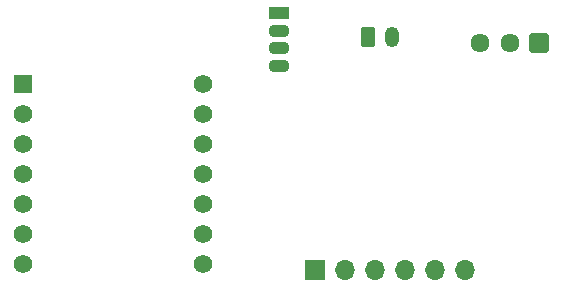
<source format=gbr>
%TF.GenerationSoftware,KiCad,Pcbnew,8.0.8*%
%TF.CreationDate,2025-05-04T21:31:51-07:00*%
%TF.ProjectId,ACL_ToF,41434c5f-546f-4462-9e6b-696361645f70,rev?*%
%TF.SameCoordinates,Original*%
%TF.FileFunction,Soldermask,Bot*%
%TF.FilePolarity,Negative*%
%FSLAX46Y46*%
G04 Gerber Fmt 4.6, Leading zero omitted, Abs format (unit mm)*
G04 Created by KiCad (PCBNEW 8.0.8) date 2025-05-04 21:31:51*
%MOMM*%
%LPD*%
G01*
G04 APERTURE LIST*
G04 Aperture macros list*
%AMRoundRect*
0 Rectangle with rounded corners*
0 $1 Rounding radius*
0 $2 $3 $4 $5 $6 $7 $8 $9 X,Y pos of 4 corners*
0 Add a 4 corners polygon primitive as box body*
4,1,4,$2,$3,$4,$5,$6,$7,$8,$9,$2,$3,0*
0 Add four circle primitives for the rounded corners*
1,1,$1+$1,$2,$3*
1,1,$1+$1,$4,$5*
1,1,$1+$1,$6,$7*
1,1,$1+$1,$8,$9*
0 Add four rect primitives between the rounded corners*
20,1,$1+$1,$2,$3,$4,$5,0*
20,1,$1+$1,$4,$5,$6,$7,0*
20,1,$1+$1,$6,$7,$8,$9,0*
20,1,$1+$1,$8,$9,$2,$3,0*%
G04 Aperture macros list end*
%ADD10RoundRect,0.102000X0.704000X0.704000X-0.704000X0.704000X-0.704000X-0.704000X0.704000X-0.704000X0*%
%ADD11C,1.612000*%
%ADD12RoundRect,0.250000X-0.350000X-0.625000X0.350000X-0.625000X0.350000X0.625000X-0.350000X0.625000X0*%
%ADD13O,1.200000X1.750000*%
%ADD14R,1.800000X1.100000*%
%ADD15O,1.800000X1.100000*%
%ADD16RoundRect,0.102000X-0.679000X-0.679000X0.679000X-0.679000X0.679000X0.679000X-0.679000X0.679000X0*%
%ADD17C,1.562000*%
%ADD18R,1.700000X1.700000*%
%ADD19O,1.700000X1.700000*%
G04 APERTURE END LIST*
D10*
%TO.C,SW1*%
X172500000Y-66500000D03*
D11*
X170000000Y-66500000D03*
X167500000Y-66500000D03*
%TD*%
D12*
%TO.C,BT1*%
X158000000Y-66000000D03*
D13*
X160000000Y-66000000D03*
%TD*%
D14*
%TO.C,D1*%
X150500000Y-64000000D03*
D15*
X150500000Y-65520000D03*
X150500000Y-67000000D03*
X150500000Y-68500000D03*
%TD*%
D16*
%TO.C,U1*%
X128760000Y-70000000D03*
D17*
X128760000Y-72540000D03*
X128760000Y-75080000D03*
X128760000Y-77620000D03*
X128760000Y-80160000D03*
X128760000Y-82700000D03*
X128760000Y-85240000D03*
X144000000Y-85240000D03*
X144000000Y-82700000D03*
X144000000Y-80160000D03*
X144000000Y-77620000D03*
X144000000Y-75080000D03*
X144000000Y-72540000D03*
X144000000Y-70000000D03*
%TD*%
D18*
%TO.C,J1*%
X153550000Y-85770000D03*
D19*
X156090000Y-85770000D03*
X158630000Y-85770000D03*
X161170000Y-85770000D03*
X163710000Y-85770000D03*
X166250000Y-85770000D03*
%TD*%
M02*

</source>
